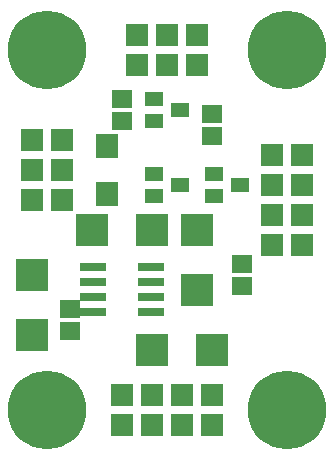
<source format=gbr>
G75*
G70*
%OFA0B0*%
%FSLAX24Y24*%
%IPPOS*%
%LPD*%
%AMOC8*
5,1,8,0,0,1.08239X$1,22.5*
%
%ADD10R,0.0631X0.0474*%
%ADD11R,0.0860X0.0300*%
%ADD12R,0.0730X0.0730*%
%ADD13R,0.0749X0.0789*%
%ADD14R,0.0671X0.0592*%
%ADD15R,0.1064X0.1084*%
%ADD16R,0.1084X0.1064*%
%ADD17C,0.2620*%
D10*
X006287Y011519D03*
X006287Y012267D03*
X007153Y011893D03*
X008287Y011519D03*
X008287Y012267D03*
X009153Y011893D03*
X007153Y014393D03*
X006287Y014019D03*
X006287Y014767D03*
D11*
X006190Y009143D03*
X006190Y008643D03*
X006190Y008143D03*
X006190Y007643D03*
X004250Y007643D03*
X004250Y008143D03*
X004250Y008643D03*
X004250Y009143D03*
D12*
X003220Y011393D03*
X003220Y012393D03*
X003220Y013393D03*
X002220Y013393D03*
X002220Y012393D03*
X002220Y011393D03*
X005720Y015893D03*
X005720Y016893D03*
X006720Y016893D03*
X006720Y015893D03*
X007720Y015893D03*
X007720Y016893D03*
X010220Y012893D03*
X010220Y011893D03*
X010220Y010893D03*
X010220Y009893D03*
X011220Y009893D03*
X011220Y010893D03*
X011220Y011893D03*
X011220Y012893D03*
X008220Y004893D03*
X008220Y003893D03*
X007220Y003893D03*
X006220Y003893D03*
X006220Y004893D03*
X007220Y004893D03*
X005220Y004893D03*
X005220Y003893D03*
D13*
X004720Y011586D03*
X004720Y013200D03*
D14*
X005220Y014019D03*
X005220Y014767D03*
X008220Y014267D03*
X008220Y013519D03*
X009220Y009267D03*
X009220Y008519D03*
X003470Y007767D03*
X003470Y007019D03*
D15*
X002220Y006899D03*
X002220Y008887D03*
X007720Y008399D03*
X007720Y010387D03*
D16*
X006214Y010393D03*
X004226Y010393D03*
X006226Y006393D03*
X008214Y006393D03*
D17*
X002720Y004393D03*
X010720Y004393D03*
X010720Y016393D03*
X002720Y016393D03*
M02*

</source>
